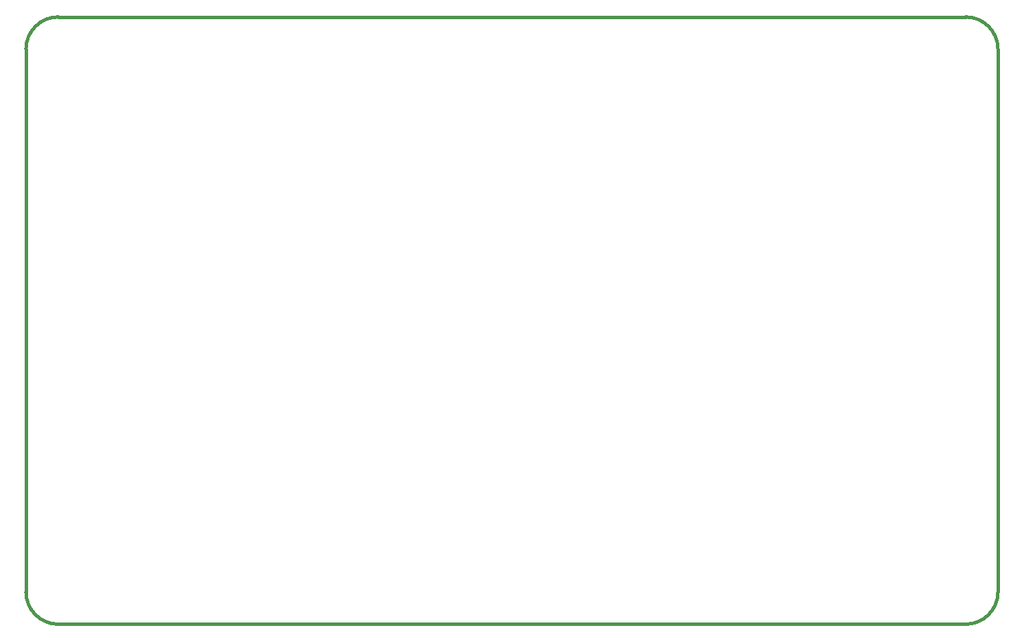
<source format=gm1>
G04 #@! TF.GenerationSoftware,KiCad,Pcbnew,7.0.9*
G04 #@! TF.CreationDate,2024-07-18T06:31:55+01:00*
G04 #@! TF.ProjectId,dacattac-alpha,64616361-7474-4616-932d-616c7068612e,rev?*
G04 #@! TF.SameCoordinates,Original*
G04 #@! TF.FileFunction,Profile,NP*
%FSLAX46Y46*%
G04 Gerber Fmt 4.6, Leading zero omitted, Abs format (unit mm)*
G04 Created by KiCad (PCBNEW 7.0.9) date 2024-07-18 06:31:55*
%MOMM*%
%LPD*%
G01*
G04 APERTURE LIST*
G04 #@! TA.AperFunction,Profile*
%ADD10C,0.381000*%
G04 #@! TD*
G04 APERTURE END LIST*
D10*
X199710000Y-134749800D02*
X199710000Y-67749800D01*
X79710000Y-134749800D02*
X79710000Y-67749800D01*
X83710000Y-63749800D02*
G75*
G03*
X79710000Y-67749800I0J-4000000D01*
G01*
X195710000Y-138749800D02*
G75*
G03*
X199710000Y-134749800I0J4000000D01*
G01*
X79710000Y-134749800D02*
G75*
G03*
X83710000Y-138749800I4000000J0D01*
G01*
X195710000Y-63749800D02*
X83710000Y-63749800D01*
X83710000Y-138749800D02*
X195710000Y-138749800D01*
X199710000Y-67749800D02*
G75*
G03*
X195710000Y-63749800I-4000000J0D01*
G01*
M02*

</source>
